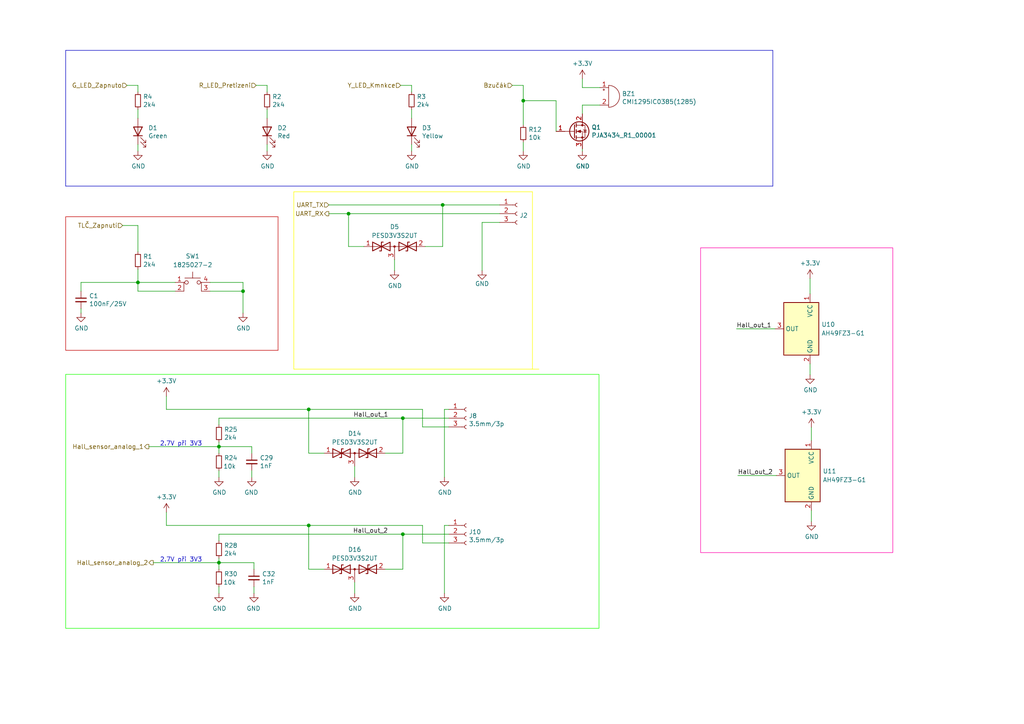
<source format=kicad_sch>
(kicad_sch (version 20230121) (generator eeschema)
  (paper "A4")
  (title_block (title "Interface") (date "2025-03-21") (rev "2") (comment 1 "Upravy: Hall sensor konektor") (comment 2 "ESD ") (comment 3 "MOSFET pinout fixeds"))
  (lib_symbols
    (symbol "Device:C_Small" (pin_numbers hide) (pin_names (offset 0.254) hide)
      (property "Reference" "C" (at 0.254 1.778 0))
      (property "Value" "C_Small" (at 0.254 -2.032 0))
      (symbol "C_Small_0_1"
        (polyline (pts (xy -1.524 -0.508) (xy 1.524 -0.508)) (stroke (width 0.3302)))
        (polyline (pts (xy -1.524 0.508) (xy 1.524 0.508)) (stroke (width 0.3048)))
      )
      (symbol "C_Small_1_1"
        (pin passive line (at 0 2.54 270) (length 2.032) (name "~") (number "1"))
        (pin passive line (at 0 -2.54 90) (length 2.032) (name "~") (number "2"))
      )
    )
    (symbol "Device:D_TVS_Dual_AAC" (pin_names (offset 1.016) hide)
      (property "Reference" "D" (at 0 4.445 0))
      (property "Value" "D_TVS_Dual_AAC" (at 0 2.54 0))
      (symbol "D_TVS_Dual_AAC_0_0"
        (polyline (pts (xy 0 -1.27) (xy 0 0)))
      )
      (symbol "D_TVS_Dual_AAC_0_1"
        (polyline (pts (xy -6.35 0) (xy 6.35 0)))
        (polyline (pts (xy -3.302 1.27) (xy -3.81 1.27) (xy -3.81 -1.27) (xy -4.318 -1.27)) (stroke (width 0.254)))
        (polyline (pts (xy 4.318 1.27) (xy 3.81 1.27) (xy 3.81 -1.27) (xy 3.302 -1.27)) (stroke (width 0.254)))
        (polyline (pts (xy -6.35 1.27) (xy -1.27 -1.27) (xy -1.27 1.27) (xy -6.35 -1.27) (xy -6.35 1.27)) (stroke (width 0.254)))
        (polyline (pts (xy 6.35 1.27) (xy 1.27 -1.27) (xy 1.27 1.27) (xy 6.35 -1.27) (xy 6.35 1.27)) (stroke (width 0.254)))
        (circle (center 0 0) (radius 0.254) (fill (type outline)))
      )
      (symbol "D_TVS_Dual_AAC_1_1"
        (pin passive line (at -8.89 0 0) (length 2.54) (name "A1") (number "1"))
        (pin passive line (at 8.89 0 180) (length 2.54) (name "A2") (number "2"))
        (pin passive line (at 0 -3.81 90) (length 2.54) (name "common") (number "3"))
      )
    )
    (symbol "Device:LED" (pin_numbers hide) (pin_names (offset 1.016) hide)
      (property "Reference" "D" (at 0 2.54 0))
      (property "Value" "LED" (at 0 -2.54 0))
      (symbol "LED_0_1"
        (polyline (pts (xy -1.27 -1.27) (xy -1.27 1.27)) (stroke (width 0.254)))
        (polyline (pts (xy -1.27 0) (xy 1.27 0)))
        (polyline (pts (xy 1.27 -1.27) (xy 1.27 1.27) (xy -1.27 0) (xy 1.27 -1.27)) (stroke (width 0.254)))
        (polyline (pts (xy -3.048 -0.762) (xy -4.572 -2.286) (xy -3.81 -2.286) (xy -4.572 -2.286) (xy -4.572 -1.524)))
        (polyline (pts (xy -1.778 -0.762) (xy -3.302 -2.286) (xy -2.54 -2.286) (xy -3.302 -2.286) (xy -3.302 -1.524)))
      )
      (symbol "LED_1_1"
        (pin passive line (at -3.81 0 0) (length 2.54) (name "K") (number "1"))
        (pin passive line (at 3.81 0 180) (length 2.54) (name "A") (number "2"))
      )
    )
    (symbol "Device:Q_NMOS_DGS" (pin_names (offset 0) hide)
      (property "Reference" "Q1" (at 5.1816 1.1684 0))
      (property "Value" "PJA3434_R1_00001" (at 5.1816 -1.143 0))
      (symbol "Q_NMOS_DGS_0_1"
        (polyline (pts (xy 0.254 0) (xy -2.54 0)))
        (polyline (pts (xy 0.254 1.905) (xy 0.254 -1.905)) (stroke (width 0.254)))
        (polyline (pts (xy 0.762 -1.27) (xy 0.762 -2.286)) (stroke (width 0.254)))
        (polyline (pts (xy 0.762 0.508) (xy 0.762 -0.508)) (stroke (width 0.254)))
        (polyline (pts (xy 0.762 2.286) (xy 0.762 1.27)) (stroke (width 0.254)))
        (polyline (pts (xy 2.54 2.54) (xy 2.54 1.778)))
        (polyline (pts (xy 2.54 -2.54) (xy 2.54 0) (xy 0.762 0)))
        (polyline (pts (xy 0.762 -1.778) (xy 3.302 -1.778) (xy 3.302 1.778) (xy 0.762 1.778)))
        (polyline (pts (xy 1.016 0) (xy 2.032 0.381) (xy 2.032 -0.381) (xy 1.016 0)) (fill (type outline)))
        (polyline (pts (xy 2.794 0.508) (xy 2.921 0.381) (xy 3.683 0.381) (xy 3.81 0.254)))
        (polyline (pts (xy 3.302 0.381) (xy 2.921 -0.254) (xy 3.683 -0.254) (xy 3.302 0.381)))
        (circle (center 1.651 0) (radius 2.794) (stroke (width 0.254)))
        (circle (center 2.54 -1.778) (radius 0.254) (fill (type outline)))
        (circle (center 2.54 1.778) (radius 0.254) (fill (type outline)))
      )
      (symbol "Q_NMOS_DGS_1_1"
        (pin input line (at -5.08 0 0) (length 2.54) (name "G") (number "1"))
        (pin passive line (at 2.54 5.08 270) (length 2.54) (name "D") (number "2"))
        (pin passive line (at 2.54 -5.08 90) (length 2.54) (name "S") (number "3"))
      )
    )
    (symbol "Device:R_Small" (pin_numbers hide) (pin_names (offset 0.254) hide)
      (property "Reference" "R" (at 0.762 0.508 0))
      (property "Value" "R_Small" (at 0.762 -1.016 0))
      (symbol "R_Small_0_1"
        (rectangle (start -0.762 1.778) (end 0.762 -1.778) (stroke (width 0.2032)))
      )
      (symbol "R_Small_1_1"
        (pin passive line (at 0 2.54 270) (length 0.762) (name "~") (number "1"))
        (pin passive line (at 0 -2.54 90) (length 0.762) (name "~") (number "2"))
      )
    )
    (symbol "MiSPiZ-rescue:Buzzer-Device" (pin_names (offset 0.0254) hide)
      (property "Reference" "BZ" (at 3.81 1.27 0))
      (property "Value" "Device_Buzzer" (at 3.81 -1.27 0))
      (symbol "Buzzer-Device_0_1"
        (arc (start 0 -3.175) (mid 3.1612 0) (end 0 3.175))
        (polyline (pts (xy -1.651 1.905) (xy -1.143 1.905)))
        (polyline (pts (xy -1.397 2.159) (xy -1.397 1.651)))
        (polyline (pts (xy 0 3.175) (xy 0 -3.175)))
      )
      (symbol "Buzzer-Device_1_1"
        (pin passive line (at -2.54 2.54 0) (length 2.54) (name "-") (number "1"))
        (pin passive line (at -2.54 -2.54 0) (length 2.54) (name "+") (number "2"))
      )
    )
    (symbol "MiSPiZ-rescue:Conn_01x03_Female-Connector" (pin_names (offset 1.016) hide)
      (property "Reference" "J" (at 0 5.08 0))
      (property "Value" "Connector_Conn_01x03_Female" (at 0 -5.08 0))
      (symbol "Conn_01x03_Female-Connector_1_1"
        (arc (start 0 -2.032) (mid -0.5058 -2.54) (end 0 -3.048) (stroke (width 0.1524)))
        (polyline (pts (xy -1.27 -2.54) (xy -0.508 -2.54)) (stroke (width 0.1524)))
        (polyline (pts (xy -1.27 0) (xy -0.508 0)) (stroke (width 0.1524)))
        (polyline (pts (xy -1.27 2.54) (xy -0.508 2.54)) (stroke (width 0.1524)))
        (arc (start 0 0.508) (mid -0.5058 0) (end 0 -0.508) (stroke (width 0.1524)))
        (arc (start 0 3.048) (mid -0.5058 2.54) (end 0 2.032) (stroke (width 0.1524)))
        (pin passive line (at -5.08 2.54 0) (length 3.81) (name "Pin_1") (number "1"))
        (pin passive line (at -5.08 0 0) (length 3.81) (name "Pin_2") (number "2"))
        (pin passive line (at -5.08 -2.54 0) (length 3.81) (name "Pin_3") (number "3"))
      )
    )
    (symbol "Sensor_Magnetic:DRV5055A1xLPGxQ1"
      (property "Reference" "U" (at 5.08 12.7 0))
      (property "Value" "DRV5055A1xLPGxQ1" (at 7.62 10.16 0))
      (symbol "DRV5055A1xLPGxQ1_1_1"
        (rectangle (start -5.08 7.62) (end 5.08 -7.62) (stroke (width 0.254)) (fill (type background)))
        (pin power_in line (at -2.54 10.16 270) (length 2.54) (name "VCC") (number "1"))
        (pin power_in line (at -2.54 -10.16 90) (length 2.54) (name "GND") (number "2"))
        (pin output line (at 7.62 0 180) (length 2.54) (name "OUT") (number "3"))
      )
    )
    (symbol "Switch:SW_MEC_5E" (pin_names (offset 1.016) hide)
      (property "Reference" "SW" (at 0.635 5.715 0))
      (property "Value" "SW_MEC_5E" (at 0 -3.175 0))
      (symbol "SW_MEC_5E_0_1"
        (circle (center -1.778 2.54) (radius 0.508))
        (polyline (pts (xy -2.286 3.81) (xy 2.286 3.81)))
        (polyline (pts (xy 0 3.81) (xy 0 5.588)))
        (polyline (pts (xy -2.54 0) (xy -2.54 2.54) (xy -2.286 2.54)))
        (polyline (pts (xy 2.54 0) (xy 2.54 2.54) (xy 2.286 2.54)))
        (circle (center 1.778 2.54) (radius 0.508))
        (pin passive line (at -5.08 2.54 0) (length 2.54) (name "1") (number "1"))
        (pin passive line (at -5.08 0 0) (length 2.54) (name "2") (number "2"))
        (pin passive line (at 5.08 0 180) (length 2.54) (name "K") (number "3"))
        (pin passive line (at 5.08 2.54 180) (length 2.54) (name "A") (number "4"))
      )
    )
    (symbol "power:+3.3V" (power) (pin_names (offset 0))
      (property "Value" "+3.3V" (at 0 3.556 0))
      (symbol "+3.3V_0_1"
        (polyline (pts (xy -0.762 1.27) (xy 0 2.54)))
        (polyline (pts (xy 0 0) (xy 0 2.54)))
        (polyline (pts (xy 0 2.54) (xy 0.762 1.27)))
      )
      (symbol "+3.3V_1_1"
        (pin power_in line (at 0 0 90) (length 0) hide (name "+3.3V") (number "1"))
      )
    )
    (symbol "power:GND" (power) (pin_names (offset 0))
      (property "Value" "GND" (at 0 -3.81 0))
      (symbol "GND_0_1"
        (polyline (pts (xy 0 0) (xy 0 -1.27) (xy 1.27 -1.27) (xy 0 -2.54) (xy -1.27 -1.27) (xy 0 -1.27)))
      )
      (symbol "GND_1_1"
        (pin power_in line (at 0 0 270) (length 0) hide (name "GND") (number "1"))
      )
    )
  )
  (junction (at 89.535 118.745))
  (junction (at 89.535 152.4))
  (junction (at 116.84 121.285))
  (junction (at 70.485 84.455))
  (junction (at 63.5 129.54))
  (junction (at 40.005 81.915))
  (junction (at 128.397 59.436))
  (junction (at 63.5 163.195))
  (junction (at 116.84 154.94))
  (junction (at 101.092 61.976))
  (junction (at 151.765 29.21))
  (wire (pts (xy 151.765 24.765) (xy 151.765 29.21)))
  (wire (pts (xy 151.765 29.21) (xy 151.765 36.195)))
  (wire (pts (xy 63.5 154.94) (xy 116.84 154.94)))
  (wire (pts (xy 63.5 154.94) (xy 63.5 156.845)))
  (wire (pts (xy 93.98 131.445) (xy 89.535 131.445)))
  (wire (pts (xy 234.95 108.712) (xy 234.95 105.537)))
  (wire (pts (xy 122.555 152.4) (xy 89.535 152.4)))
  (wire (pts (xy 48.26 148.59) (xy 48.26 152.4)))
  (wire (pts (xy 89.535 118.745) (xy 89.535 131.445)))
  (wire (pts (xy 63.5 163.195) (xy 73.66 163.195)))
  (polyline (pts (xy 19.05 53.975) (xy 224.155 53.975)))
  (wire (pts (xy 73.66 165.1) (xy 73.66 163.195)))
  (wire (pts (xy 40.005 65.405) (xy 40.005 73.025)))
  (wire (pts (xy 130.175 123.825) (xy 122.555 123.825)))
  (wire (pts (xy 161.29 29.21) (xy 151.765 29.21)))
  (wire (pts (xy 168.91 25.4) (xy 173.99 25.4)))
  (wire (pts (xy 95.377 61.976) (xy 101.092 61.976)))
  (wire (pts (xy 130.175 157.48) (xy 122.555 157.48)))
  (wire (pts (xy 101.092 61.976) (xy 144.907 61.976)))
  (wire (pts (xy 122.555 123.825) (xy 122.555 118.745)))
  (wire (pts (xy 73.025 138.43) (xy 73.025 136.525)))
  (wire (pts (xy 48.26 152.4) (xy 89.535 152.4)))
  (wire (pts (xy 161.29 29.21) (xy 161.29 38.1)))
  (wire (pts (xy 40.005 31.75) (xy 40.005 34.29)))
  (wire (pts (xy 102.87 138.43) (xy 102.87 135.255)))
  (wire (pts (xy 44.45 163.195) (xy 63.5 163.195)))
  (wire (pts (xy 168.91 30.48) (xy 173.99 30.48)))
  (polyline (pts (xy 19.05 14.605) (xy 19.05 53.975)))
  (polyline (pts (xy 224.155 14.605) (xy 224.155 53.975)))
  (polyline (pts (xy 85.217 107.061) (xy 156.337 107.061)) (stroke (width 0) (color 255 255 0 1)))
  (wire (pts (xy 235.331 151.257) (xy 235.331 148.082)))
  (wire (pts (xy 63.5 121.285) (xy 116.84 121.285)))
  (wire (pts (xy 63.5 161.925) (xy 63.5 163.195)))
  (wire (pts (xy 40.005 41.91) (xy 40.005 43.815)))
  (wire (pts (xy 235.331 123.952) (xy 235.331 127.762)))
  (wire (pts (xy 23.495 89.535) (xy 23.495 90.805)))
  (wire (pts (xy 95.377 59.436) (xy 128.397 59.436)))
  (wire (pts (xy 73.66 172.085) (xy 73.66 170.18)))
  (wire (pts (xy 116.84 121.285) (xy 116.84 131.445)))
  (wire (pts (xy 116.84 121.285) (xy 130.175 121.285)))
  (wire (pts (xy 128.397 59.436) (xy 144.907 59.436)))
  (wire (pts (xy 48.26 118.745) (xy 89.535 118.745)))
  (polyline (pts (xy 80.645 101.6) (xy 19.05 101.6)) (stroke (width 0) (color 194 1 0 1)))
  (wire (pts (xy 63.5 123.19) (xy 63.5 121.285)))
  (wire (pts (xy 70.485 81.915) (xy 70.485 84.455)))
  (wire (pts (xy 40.005 81.915) (xy 50.8 81.915)))
  (wire (pts (xy 102.87 172.085) (xy 102.87 168.91)))
  (wire (pts (xy 144.907 64.516) (xy 139.827 64.516)))
  (wire (pts (xy 168.91 43.815) (xy 168.91 43.18)))
  (wire (pts (xy 116.205 24.765) (xy 119.38 24.765)))
  (wire (pts (xy 123.317 71.501) (xy 128.397 71.501)))
  (wire (pts (xy 122.555 118.745) (xy 89.535 118.745)))
  (wire (pts (xy 73.025 129.54) (xy 63.5 129.54)))
  (wire (pts (xy 128.397 59.436) (xy 128.397 71.501)))
  (wire (pts (xy 130.175 118.745) (xy 128.905 118.745)))
  (wire (pts (xy 63.5 170.18) (xy 63.5 172.085)))
  (wire (pts (xy 89.535 165.1) (xy 89.535 152.4)))
  (wire (pts (xy 60.96 84.455) (xy 70.485 84.455)))
  (wire (pts (xy 93.98 165.1) (xy 89.535 165.1)))
  (wire (pts (xy 105.537 71.501) (xy 101.092 71.501)))
  (wire (pts (xy 213.614 95.377) (xy 224.79 95.377)))
  (wire (pts (xy 119.38 26.67) (xy 119.38 24.765)))
  (wire (pts (xy 139.827 64.516) (xy 139.827 78.486)))
  (wire (pts (xy 119.38 31.75) (xy 119.38 34.29)))
  (polyline (pts (xy 19.05 62.865) (xy 80.645 62.865)) (stroke (width 0) (color 194 1 0 1)))
  (wire (pts (xy 77.47 41.91) (xy 77.47 43.815)))
  (wire (pts (xy 70.485 84.455) (xy 70.485 90.805)))
  (wire (pts (xy 128.905 118.745) (xy 128.905 138.43)))
  (wire (pts (xy 63.5 128.27) (xy 63.5 129.54)))
  (wire (pts (xy 122.555 157.48) (xy 122.555 152.4)))
  (wire (pts (xy 77.47 31.75) (xy 77.47 34.29)))
  (wire (pts (xy 40.005 26.67) (xy 40.005 24.765)))
  (wire (pts (xy 74.295 24.765) (xy 77.47 24.765)))
  (polyline (pts (xy 154.432 55.626) (xy 85.217 55.626)) (stroke (width 0) (color 255 255 0 1)))
  (wire (pts (xy 60.96 81.915) (xy 70.485 81.915)))
  (wire (pts (xy 116.84 154.94) (xy 116.84 165.1)))
  (wire (pts (xy 151.765 41.275) (xy 151.765 43.815)))
  (polyline (pts (xy 85.217 55.626) (xy 85.217 107.061)) (stroke (width 0) (color 255 255 0 1)))
  (wire (pts (xy 73.025 131.445) (xy 73.025 129.54)))
  (wire (pts (xy 23.495 81.915) (xy 23.495 84.455)))
  (wire (pts (xy 63.5 129.54) (xy 63.5 131.445)))
  (wire (pts (xy 148.59 24.765) (xy 151.765 24.765)))
  (wire (pts (xy 101.092 61.976) (xy 101.092 71.501)))
  (wire (pts (xy 36.83 24.765) (xy 40.005 24.765)))
  (polyline (pts (xy 19.05 101.6) (xy 19.05 62.865)) (stroke (width 0) (color 194 1 0 1)))
  (wire (pts (xy 63.5 163.195) (xy 63.5 165.1)))
  (wire (pts (xy 168.91 22.86) (xy 168.91 25.4)))
  (wire (pts (xy 116.84 154.94) (xy 130.175 154.94)))
  (wire (pts (xy 63.5 136.525) (xy 63.5 138.43)))
  (wire (pts (xy 130.175 152.4) (xy 128.905 152.4)))
  (wire (pts (xy 40.005 84.455) (xy 50.8 84.455)))
  (wire (pts (xy 119.38 41.91) (xy 119.38 43.815)))
  (wire (pts (xy 234.95 80.772) (xy 234.95 85.217)))
  (wire (pts (xy 43.18 129.54) (xy 63.5 129.54)))
  (wire (pts (xy 40.005 78.105) (xy 40.005 81.915)))
  (polyline (pts (xy 154.432 107.061) (xy 154.432 55.626)) (stroke (width 0) (color 255 255 0 1)))
  (wire (pts (xy 77.47 26.67) (xy 77.47 24.765)))
  (polyline (pts (xy 80.645 62.865) (xy 80.645 101.6)) (stroke (width 0) (color 194 1 0 1)))
  (wire (pts (xy 111.76 131.445) (xy 116.84 131.445)))
  (wire (pts (xy 168.91 30.48) (xy 168.91 33.02)))
  (wire (pts (xy 111.76 165.1) (xy 116.84 165.1)))
  (polyline (pts (xy 224.155 14.605) (xy 19.05 14.605)))
  (wire (pts (xy 40.005 81.915) (xy 40.005 84.455)))
  (wire (pts (xy 48.26 114.935) (xy 48.26 118.745)))
  (wire (pts (xy 114.427 78.486) (xy 114.427 75.311)))
  (wire (pts (xy 213.995 137.922) (xy 225.171 137.922)))
  (wire (pts (xy 35.56 65.405) (xy 40.005 65.405)))
  (wire (pts (xy 128.905 152.4) (xy 128.905 172.085)))
  (wire (pts (xy 23.495 81.915) (xy 40.005 81.915)))
  (rectangle (start 19.05 108.585) (end 173.736 182.245) (stroke (width 0) (color 22 255 0 1)))
  (rectangle (start 203.2 71.882) (end 258.953 160.274) (stroke (width 0) (color 255 0 170 1)))
  (text "2.7V při 3V3\n" (at 46.355 129.54 0) (effects (font (size 1.27 1.27)) (justify left bottom)))
  (text "2.7V při 3V3\n" (at 46.355 163.195 0) (effects (font (size 1.27 1.27)) (justify left bottom)))
  (label "Hall_out_1" (at 213.614 95.377 0))
  (label "Hall_out_2" (at 213.995 137.922 0))
  (label "Hall_out_1" (at 102.489 121.285 0))
  (label "Hall_out_2" (at 102.362 154.94 0))
  (hierarchical_label "Y_LED_Kmnkce" (shape input) (at 116.205 24.765 180))
  (hierarchical_label "UART_TX" (shape input) (at 95.377 59.436 180))
  (hierarchical_label "Bzučák" (shape input) (at 148.59 24.765 180))
  (hierarchical_label "Hall_sensor_analog_1" (shape output) (at 43.18 129.54 180))
  (hierarchical_label "R_LED_Pretizeni" (shape input) (at 74.295 24.765 180))
  (hierarchical_label "TLČ_Zapnutí" (shape input) (at 35.56 65.405 180))
  (hierarchical_label "UART_RX" (shape output) (at 95.377 61.976 180))
  (hierarchical_label "Hall_sensor_analog_2" (shape output) (at 44.45 163.195 180))
  (hierarchical_label "G_LED_Zapnuto" (shape input) (at 36.83 24.765 180))
  (symbol (lib_id "Device:LED") (at 40.005 38.1 90) (unit 1)
    (property "Reference" "D1" (at 43.0022 37.1094 90) (effects (justify right)))
    (property "Value" "Green" (at 43.0022 39.4208 90) (effects (justify right)))
    (property "Footprint" "Diode_SMD:D_0603_1608Metric" (effects hide))
    (property "Datasheet" "https://cz.mouser.com/datasheet/2/239/Lite-On-LTST-C190GKT-1175335.pdf" (effects hide))
    (property "Vendor" "https://cz.mouser.com/ProductDetail/Lite-On/LTST-C190GKT?qs=drxkyCeiWgbQzclgbojDOg%3D%3D" (effects hide))
    (property "CENA" "5,14" (effects hide))
    (property "MNUMBER " "LTST-C190GKT" (effects hide))
    (property "OBJCISLO" "859-LTST-C190GKT" (effects hide))
    (property "POZN" "v cimře" (effects hide))
  )
  (symbol (lib_id "power:GND") (at 40.005 43.815 0) (unit 1)
    (property "Reference" "#PWR093" (effects hide))
    (property "Value" "GND" (at 40.132 48.2092 0))
  )
  (symbol (lib_id "Device:LED") (at 77.47 38.1 90) (unit 1)
    (property "Reference" "D2" (at 80.4672 37.1094 90) (effects (justify right)))
    (property "Value" "Red" (at 80.4672 39.4208 90) (effects (justify right)))
    (property "Footprint" "Diode_SMD:D_0603_1608Metric" (effects hide))
    (property "Datasheet" "https://cz.mouser.com/datasheet/2/239/LTST_C190KRKT-1141828.pdf" (effects hide))
    (property "Vendor" "https://cz.mouser.com/ProductDetail/Lite-On/LTST-C190KRKT?qs=kAD5fFa1n5VY3YYNWPC1Fg%3D%3D" (effects hide))
    (property "CENA" "5,35" (effects hide))
    (property "MNUMBER " "LTST-C190KRKT " (effects hide))
    (property "OBJCISLO" "859-LTST-C190KRKT" (effects hide))
    (property "POZN" "v cimře" (effects hide))
  )
  (symbol (lib_id "power:GND") (at 77.47 43.815 0) (unit 1)
    (property "Reference" "#PWR0102" (effects hide))
    (property "Value" "GND" (at 77.597 48.2092 0))
  )
  (symbol (lib_id "Device:LED") (at 119.38 38.1 90) (unit 1)
    (property "Reference" "D3" (at 122.3772 37.1094 90) (effects (justify right)))
    (property "Value" "Yellow" (at 122.3772 39.4208 90) (effects (justify right)))
    (property "Footprint" "Diode_SMD:D_0603_1608Metric" (effects hide))
    (property "Datasheet" "https://cz.mouser.com/datasheet/2/239/Lite_On_LTST_C190YKT-3045572.pdf" (effects hide))
    (property "Vendor" "https://cz.mouser.com/ProductDetail/Lite-On/LTST-C190YKT?qs=wDJfsqwEKoQ00yiPP8kQ9g%3D%3D" (effects hide))
    (property "CENA" "5,81" (effects hide))
    (property "MNUMBER " "LTST-C190YKT" (effects hide))
    (property "OBJCISLO" "859-LTST-C190YKT" (effects hide))
    (property "POZN" "v cimře" (effects hide))
  )
  (symbol (lib_id "power:GND") (at 119.38 43.815 0) (unit 1)
    (property "Reference" "#PWR0105" (effects hide))
    (property "Value" "GND" (at 119.507 48.2092 0))
  )
  (symbol (lib_id "power:GND") (at 151.765 43.815 0) (unit 1)
    (property "Reference" "#PWR0108" (effects hide))
    (property "Value" "GND" (at 151.892 48.2092 0))
  )
  (symbol (lib_id "Device:R_Small") (at 40.005 75.565 0) (unit 1)
    (property "Reference" "R1" (at 41.5036 74.3966 0) (effects (justify left)))
    (property "Value" "2k4" (at 41.5036 76.708 0) (effects (justify left)))
    (property "Footprint" "Resistor_SMD:R_0603_1608Metric" (effects hide))
    (property "Datasheet" "https://www.tme.eu/Document/c283990e907c122bb808207d1578ac7f/POWER_RATING-DTE.pdf" (effects hide))
    (property "Vendor" "https://www.tme.eu/cz/en/details/smd0603-2.4k/smd-resistors/royal-ohm/0603saj0242t5e/" (effects hide))
    (property "CENA" "0.303 (100+)" (effects hide))
    (property "MNUMBER " "0603SAJ0242T5E" (effects hide))
    (property "OBJCISLO" "SMD0603-2.4K" (effects hide))
    (property "POZN" "v cimře" (effects hide))
  )
  (symbol (lib_id "power:GND") (at 139.827 78.486 0) (unit 1)
    (property "Reference" "#PWR0112" (effects hide))
    (property "Value" "GND" (at 139.827 82.296 0))
  )
  (symbol (lib_id "Device:C_Small") (at 23.495 86.995 0) (unit 1)
    (property "Reference" "C1" (at 25.8318 85.8266 0) (effects (justify left)))
    (property "Value" "100nF/25V" (at 25.8318 88.138 0) (effects (justify left)))
    (property "Footprint" "Capacitor_SMD:C_0603_1608Metric" (effects hide))
    (property "Datasheet" "https://cz.mouser.com/datasheet/2/585/MLCC_Automotive-1837966.pdf" (effects hide))
    (property "Vendor" "https://cz.mouser.com/ProductDetail/KEMET/C0603C104M3RACTU?qs=7q2aiX3Gdlh4qBRaMcnohQ%3D%3D" (effects hide))
    (property "CENA" "2,23" (effects hide))
    (property "MNUMBER " "CL10B104KA8WPNC " (effects hide))
    (property "OBJCISLO" "187-CL10B104KA8WPNC" (effects hide))
    (property "POZN" "v cimře" (effects hide))
  )
  (symbol (lib_id "MiSPiZ-rescue:Buzzer-Device") (at 176.53 27.94 0) (unit 1)
    (property "Reference" "BZ1" (at 180.3908 27.2034 0) (effects (justify left)))
    (property "Value" "CMI1295IC0385(1285)" (at 180.3908 29.5148 0) (effects (justify left)))
    (property "Footprint" "Buzzer_Beeper:Buzzer_12x9.5RM7.6" (effects hide))
    (property "Datasheet" "https://cz.mouser.com/datasheet/2/670/cmi_1295ic_0385t-1776836.pdf" (effects hide))
    (property "Vendor" "https://cz.mouser.com/ProductDetail/CUI-Devices/CMI-1295IC-0385T?qs=OlC7AqGiEDk2g42uzfEhlg%3D%3D" (effects hide))
    (property "CENA" "24,33" (effects hide))
    (property "OBJCISLO" "490-CMI-1295IC-0385T " (effects hide))
    (property "MNUMBER " "CMI-1295IC-0385T " (effects hide))
  )
  (symbol (lib_id "power:GND") (at 23.495 90.805 0) (unit 1)
    (property "Reference" "#PWR092" (effects hide))
    (property "Value" "GND" (at 23.622 95.1992 0))
  )
  (symbol (lib_id "Device:Q_NMOS_DGS") (at 166.37 38.1 0) (unit 1)
    (property "Reference" "Q1" (at 171.5516 36.9316 0) (effects (justify left)))
    (property "Value" "PJA3434_R1_00001" (at 171.5516 39.243 0) (effects (justify left)))
    (property "Footprint" "Package_TO_SOT_SMD:SOT-23-3" (effects hide))
    (property "Datasheet" "https://cz.mouser.com/datasheet/2/115/DIOD_S_A0012994429_1-2543814.pdf" (effects hide))
    (property "Vendor" "https://cz.mouser.com/ProductDetail/Diodes-Incorporated/DMN2310U-7?qs=xZ%2FP%252Ba9zWqY%252BAdKLxIytvQ%3D%3D" (effects hide))
    (property "CENA" "5,14" (effects hide))
    (property "MNUMBER " "SSM3K16FV,L3F" (effects hide))
    (property "OBJCISLO" "621-DMN2310U-7 " (effects hide))
  )
  (symbol (lib_id "Device:R_Small") (at 151.765 38.735 0) (unit 1)
    (property "Reference" "R12" (at 153.2636 37.5666 0) (effects (justify left)))
    (property "Value" "10k" (at 153.2636 39.878 0) (effects (justify left)))
    (property "Footprint" "Resistor_SMD:R_0603_1608Metric" (effects hide))
    (property "Datasheet" "https://www.vishay.com/docs/20035/dcrcwe3.pdf" (effects hide))
    (property "Vendor" "https://cz.mouser.com/ProductDetail/Vishay-Dale/CRCW060310K0FKECC?qs=sGAEpiMZZMtlubZbdhIBIEVnJA25NYWZA%2FPRECDZuYc%3D" (effects hide))
    (property "CENA" "2,23" (effects hide))
    (property "MNUMBER " "CRCW060310K0FKECC " (effects hide))
    (property "OBJCISLO" "71-CRCW060310K0FKECC " (effects hide))
  )
  (symbol (lib_id "power:GND") (at 168.91 43.815 0) (unit 1)
    (property "Reference" "#PWR0110" (effects hide))
    (property "Value" "GND" (at 169.037 48.2092 0))
  )
  (symbol (lib_id "MiSPiZ-rescue:Conn_01x03_Female-Connector") (at 149.987 61.976 0) (unit 1)
    (property "Reference" "J2" (at 150.6982 62.484 0) (effects (justify left)))
    (property "Value" "2.54mm/3p" (effects hide))
    (property "Footprint" "Connector_PinHeader_2.54mm:PinHeader_1x03_P2.54mm_Vertical" (effects hide))
    (property "Datasheet" "https://cdn.amphenol-cs.com/media/wysiwyg/files/documentation/datasheet/boardwiretoboard/bwb_econostik_254headers.pdf" (effects hide))
    (property "Vendor" "https://cz.mouser.com/ProductDetail/Amphenol-FCI/10129378-903001BLF?qs=0lQeLiL1qybuYTJnitumiA%3D%3D" (effects hide))
    (property "CENA" "2.23" (effects hide))
    (property "MNUMBER " "10129378-903001BLF" (effects hide))
    (property "OBJCISLO" "649-1012937890301BLF " (effects hide))
    (property "POZN" "v cimře" (effects hide))
  )
  (symbol (lib_id "power:GND") (at 73.025 138.43 0) (mirror y) (unit 1)
    (property "Reference" "#PWR0100" (effects hide))
    (property "Value" "GND" (at 72.898 142.8242 0))
  )
  (symbol (lib_id "Sensor_Magnetic:DRV5055A1xLPGxQ1") (at 232.41 95.377 0) (mirror y) (unit 1) (on_board no)
    (property "Reference" "U10" (at 238.252 94.107 0) (effects (justify right)))
    (property "Value" "AH49FZ3-G1" (at 238.252 96.647 0) (effects (justify right)))
    (property "Footprint" "Package_TO_SOT_THT:TO-92_Inline" (effects hide))
    (property "Datasheet" "https://www.diodes.com/assets/Datasheets/AH49F.pdf" (effects hide))
    (property "CENA" "24.48" (effects hide))
    (property "MNUMBER " "AH49FZ3-G1" (effects hide))
    (property "OBJCISLO" "621-AH49FZ3-G1" (effects hide))
    (property "Vendor" "https://cz.mouser.com/ProductDetail/Diodes-Incorporated/AH49FZ3-G1?qs=dZoB6MK9LKPUjOBJDQRw%2FA%3D%3D" (effects hide))
  )
  (symbol (lib_id "MiSPiZ-rescue:Conn_01x03_Female-Connector") (at 135.255 154.94 0) (unit 1)
    (property "Reference" "J10" (at 135.9662 154.2796 0) (effects (justify left)))
    (property "Value" "3.5mm/3p" (at 135.9662 156.591 0) (effects (justify left)))
    (property "Footprint" "Connector_Phoenix_MC:PhoenixContact_MC_1,5_3-G-3.5_1x03_P3.50mm_Horizontal" (effects hide))
    (property "Datasheet" "https://cz.mouser.com/datasheet/2/18/1/rLFHPy7mAQED-1379250.pdf" (effects hide))
    (property "Vendor" "https://cz.mouser.com/ProductDetail/Amphenol-Anytek/OQ0312500000G?qs=Mv7BduZupUgi736aEq2YkA%3D%3D" (effects hide))
    (property "CENA" "10,94" (effects hide))
    (property "MNUMBER " "OQ0312500000G " (effects hide))
    (property "OBJCISLO" "649-220107-C031A01LF " (effects hide))
    (property "POZN" "v cimře" (effects hide))
  )
  (symbol (lib_id "Sensor_Magnetic:DRV5055A1xLPGxQ1") (at 232.791 137.922 0) (mirror y) (unit 1) (on_board no)
    (property "Reference" "U11" (at 238.633 136.652 0) (effects (justify right)))
    (property "Value" "AH49FZ3-G1" (at 238.633 139.192 0) (effects (justify right)))
    (property "Footprint" "Package_TO_SOT_THT:TO-92_Inline" (effects hide))
    (property "Datasheet" "https://www.diodes.com/assets/Datasheets/AH49F.pdf" (effects hide))
    (property "CENA" "24.48" (effects hide))
    (property "MNUMBER " "AH49FZ3-G1" (effects hide))
    (property "OBJCISLO" "621-AH49FZ3-G1" (effects hide))
    (property "Vendor" "https://cz.mouser.com/ProductDetail/Diodes-Incorporated/AH49FZ3-G1?qs=dZoB6MK9LKPUjOBJDQRw%2FA%3D%3D" (effects hide))
  )
  (symbol (lib_id "Device:C_Small") (at 73.66 167.64 0) (unit 1)
    (property "Reference" "C32" (at 75.9968 166.4716 0) (effects (justify left)))
    (property "Value" "1nF" (at 75.9968 168.783 0) (effects (justify left)))
    (property "Footprint" "Capacitor_SMD:C_0603_1608Metric" (effects hide))
    (property "Datasheet" "https://product.tdk.com/system/files/dam/doc/product/capacitor/ceramic/mlcc/catalog/mlcc_automotive_midvoltage_en.pdf?ref_disty=mouser" (effects hide))
    (property "Vendor" "https://cz.mouser.com/ProductDetail/TDK/CGA3E2X7R2A102K080AA?qs=NRhsANhppD%2FkMFCdFnDSsQ%3D%3D" (effects hide))
    (property "CENA" "2,23" (effects hide))
    (property "MNUMBER " "CGA3E2X7R2A102K080AA " (effects hide))
    (property "OBJCISLO" "810-CGA3E2X7R2A102K " (effects hide))
  )
  (symbol (lib_id "power:+3.3V") (at 235.331 123.952 0) (unit 1)
    (property "Reference" "#PWR0123" (effects hide))
    (property "Value" "+3.3V" (at 235.331 119.507 0))
  )
  (symbol (lib_id "power:GND") (at 114.427 78.486 0) (unit 1)
    (property "Reference" "#PWR0111" (effects hide))
    (property "Value" "GND" (at 114.554 82.8802 0))
  )
  (symbol (lib_id "power:GND") (at 235.331 151.257 0) (unit 1)
    (property "Reference" "#PWR0124" (effects hide))
    (property "Value" "GND" (at 235.458 155.6512 0))
  )
  (symbol (lib_id "Device:R_Small") (at 77.47 29.21 0) (unit 1)
    (property "Reference" "R2" (at 78.9686 28.0416 0) (effects (justify left)))
    (property "Value" "2k4" (at 78.9686 30.353 0) (effects (justify left)))
    (property "Footprint" "Resistor_SMD:R_0603_1608Metric" (effects hide))
    (property "Datasheet" "https://www.tme.eu/Document/c283990e907c122bb808207d1578ac7f/POWER_RATING-DTE.pdf" (effects hide))
    (property "Vendor" "https://www.tme.eu/cz/en/details/smd0603-2.4k/smd-resistors/royal-ohm/0603saj0242t5e/" (effects hide))
    (property "CENA" "0.303 (100+)" (effects hide))
    (property "MNUMBER " "0603SAJ0242T5E" (effects hide))
    (property "OBJCISLO" "SMD0603-2.4K" (effects hide))
    (property "POZN" "v cimře" (effects hide))
  )
  (symbol (lib_id "power:GND") (at 102.87 138.43 0) (unit 1)
    (property "Reference" "#PWR0103" (effects hide))
    (property "Value" "GND" (at 102.997 142.8242 0))
  )
  (symbol (lib_id "power:+3.3V") (at 168.91 22.86 0) (unit 1)
    (property "Reference" "#PWR0109" (effects hide))
    (property "Value" "+3.3V" (at 168.91 18.415 0))
  )
  (symbol (lib_id "Device:R_Small") (at 40.005 29.21 0) (unit 1)
    (property "Reference" "R4" (at 41.5036 28.0416 0) (effects (justify left)))
    (property "Value" "2k4" (at 41.5036 30.353 0) (effects (justify left)))
    (property "Footprint" "Resistor_SMD:R_0603_1608Metric" (effects hide))
    (property "Datasheet" "https://www.tme.eu/Document/c283990e907c122bb808207d1578ac7f/POWER_RATING-DTE.pdf" (effects hide))
    (property "Vendor" "https://www.tme.eu/cz/en/details/smd0603-2.4k/smd-resistors/royal-ohm/0603saj0242t5e/" (effects hide))
    (property "CENA" "0.303 (100+)" (effects hide))
    (property "MNUMBER " "0603SAJ0242T5E" (effects hide))
    (property "OBJCISLO" "SMD0603-2.4K" (effects hide))
    (property "POZN" "v cimře" (effects hide))
  )
  (symbol (lib_id "MiSPiZ-rescue:Conn_01x03_Female-Connector") (at 135.255 121.285 0) (unit 1)
    (property "Reference" "J8" (at 135.9662 120.6246 0) (effects (justify left)))
    (property "Value" "3.5mm/3p" (at 135.9662 122.936 0) (effects (justify left)))
    (property "Footprint" "Connector_Phoenix_MC:PhoenixContact_MC_1,5_3-G-3.5_1x03_P3.50mm_Horizontal" (effects hide))
    (property "Datasheet" "https://cz.mouser.com/datasheet/2/18/1/rLFHPy7mAQED-1379250.pdf" (effects hide))
    (property "Vendor" "https://cz.mouser.com/ProductDetail/Amphenol-Anytek/OQ0312500000G?qs=Mv7BduZupUgi736aEq2YkA%3D%3D" (effects hide))
    (property "CENA" "10,94" (effects hide))
    (property "MNUMBER " "OQ0312500000G " (effects hide))
    (property "OBJCISLO" "649-220107-C031A01LF " (effects hide))
    (property "POZN" "v cimře" (effects hide))
  )
  (symbol (lib_id "power:GND") (at 70.485 90.805 0) (unit 1)
    (property "Reference" "#PWR099" (effects hide))
    (property "Value" "GND" (at 70.612 95.1992 0))
  )
  (symbol (lib_id "Device:D_TVS_Dual_AAC") (at 114.427 71.501 0) (unit 1)
    (property "Reference" "D5" (at 114.427 65.786 0))
    (property "Value" "PESD3V3S2UT" (at 114.427 68.326 0))
    (property "Footprint" "Package_TO_SOT_SMD:SOT-23" (effects hide))
    (property "Datasheet" "https://cz.mouser.com/datasheet/2/916/PESD3V3S2UT-3162503.pdf" (effects hide))
    (property "CENA" "8.71" (effects hide))
    (property "MNUMBER " "PESD3V3S2UT,215" (effects hide))
    (property "OBJCISLO" "771-PESD3V3S2UT-T/R" (effects hide))
    (property "Vendor" "https://cz.mouser.com/ProductDetail/Nexperia/PESD3V3S2UT215?qs=LOCUfHb8d9uvXk1XKyOSVw%3D%3D" (effects hide))
    (property "POZN" "v cimře" (effects hide))
  )
  (symbol (lib_id "power:GND") (at 234.95 108.712 0) (unit 1)
    (property "Reference" "#PWR0125" (effects hide))
    (property "Value" "GND" (at 235.077 113.1062 0))
  )
  (symbol (lib_id "power:GND") (at 73.66 172.085 0) (mirror y) (unit 1)
    (property "Reference" "#PWR0101" (effects hide))
    (property "Value" "GND" (at 73.533 176.4792 0))
  )
  (symbol (lib_id "power:GND") (at 102.87 172.085 0) (unit 1)
    (property "Reference" "#PWR0104" (effects hide))
    (property "Value" "GND" (at 102.997 176.4792 0))
  )
  (symbol (lib_id "Device:R_Small") (at 63.5 125.73 0) (unit 1)
    (property "Reference" "R25" (at 64.9986 124.5616 0) (effects (justify left)))
    (property "Value" "2k4" (at 64.9986 126.873 0) (effects (justify left)))
    (property "Footprint" "Resistor_SMD:R_0603_1608Metric" (effects hide))
    (property "Datasheet" "https://www.tme.eu/Document/c283990e907c122bb808207d1578ac7f/POWER_RATING-DTE.pdf" (effects hide))
    (property "Vendor" "https://www.tme.eu/cz/en/details/smd0603-2.4k/smd-resistors/royal-ohm/0603saj0242t5e/" (effects hide))
    (property "CENA" "0.303 (100+)" (effects hide))
    (property "MNUMBER " "0603SAJ0242T5E" (effects hide))
    (property "OBJCISLO" "SMD0603-2.4K" (effects hide))
    (property "POZN" "v cimře" (effects hide))
  )
  (symbol (lib_id "Device:R_Small") (at 119.38 29.21 0) (unit 1)
    (property "Reference" "R3" (at 120.8786 28.0416 0) (effects (justify left)))
    (property "Value" "2k4" (at 120.8786 30.353 0) (effects (justify left)))
    (property "Footprint" "Resistor_SMD:R_0603_1608Metric" (effects hide))
    (property "Datasheet" "https://www.tme.eu/Document/c283990e907c122bb808207d1578ac7f/POWER_RATING-DTE.pdf" (effects hide))
    (property "Vendor" "https://www.tme.eu/cz/en/details/smd0603-2.4k/smd-resistors/royal-ohm/0603saj0242t5e/" (effects hide))
    (property "CENA" "0.303 (100+)" (effects hide))
    (property "MNUMBER " "0603SAJ0242T5E" (effects hide))
    (property "OBJCISLO" "SMD0603-2.4K" (effects hide))
    (property "POZN" "v cimře" (effects hide))
  )
  (symbol (lib_id "Switch:SW_MEC_5E") (at 55.88 84.455 0) (unit 1)
    (property "Reference" "SW1" (at 55.88 74.295 0))
    (property "Value" "1825027-2" (at 55.88 76.835 0))
    (property "Footprint" "Button_Switch_THT:SW_Tactile_SPST_Angled_PTS645Vx39-2LFS" (effects hide))
    (property "Datasheet" "https://cz.mouser.com/datasheet/2/670/ts11-2944009.pdf" (effects hide))
    (property "CENA" "3,36" (effects hide))
    (property "MNUMBER " "TS11-674-135-BK-160-RA-D" (effects hide))
    (property "OBJCISLO" "179-TS11674135160RAD" (effects hide))
    (property "Vendor" "https://cz.mouser.com/ProductDetail/CUI-Devices/TS11-674-135-BK-160-RA-D?qs=t7xnP681wgWTsOwVt8p6gg%3D%3D" (effects hide))
    (property "POZN" "v cimře" (effects hide))
  )
  (symbol (lib_id "Device:R_Small") (at 63.5 159.385 0) (unit 1)
    (property "Reference" "R28" (at 64.9986 158.2166 0) (effects (justify left)))
    (property "Value" "2k4" (at 64.9986 160.528 0) (effects (justify left)))
    (property "Footprint" "Resistor_SMD:R_0603_1608Metric" (effects hide))
    (property "Datasheet" "https://www.tme.eu/Document/c283990e907c122bb808207d1578ac7f/POWER_RATING-DTE.pdf" (effects hide))
    (property "Vendor" "https://www.tme.eu/cz/en/details/smd0603-2.4k/smd-resistors/royal-ohm/0603saj0242t5e/" (effects hide))
    (property "CENA" "0.303 (100+)" (effects hide))
    (property "MNUMBER " "0603SAJ0242T5E" (effects hide))
    (property "OBJCISLO" "SMD0603-2.4K" (effects hide))
    (property "POZN" "v cimře" (effects hide))
  )
  (symbol (lib_id "power:+3.3V") (at 48.26 148.59 0) (unit 1)
    (property "Reference" "#PWR096" (effects hide))
    (property "Value" "+3.3V" (at 48.26 144.145 0))
  )
  (symbol (lib_id "power:GND") (at 63.5 172.085 0) (unit 1)
    (property "Reference" "#PWR098" (effects hide))
    (property "Value" "GND" (at 63.627 176.4792 0))
  )
  (symbol (lib_id "Device:R_Small") (at 63.5 167.64 0) (unit 1)
    (property "Reference" "R30" (at 64.9986 166.4716 0) (effects (justify left)))
    (property "Value" "10k" (at 64.77 168.91 0) (effects (justify left)))
    (property "Footprint" "Resistor_SMD:R_0603_1608Metric" (effects hide))
    (property "Datasheet" "https://www.vishay.com/docs/20035/dcrcwe3.pdf" (effects hide))
    (property "Vendor" "https://cz.mouser.com/ProductDetail/Vishay-Dale/CRCW060310K0FKECC?qs=sGAEpiMZZMtlubZbdhIBIEVnJA25NYWZA%2FPRECDZuYc%3D" (effects hide))
    (property "CENA" "2,23" (effects hide))
    (property "MNUMBER " "CRCW060310K0FKECC " (effects hide))
    (property "OBJCISLO" "71-CRCW060310K0FKECC " (effects hide))
  )
  (symbol (lib_id "power:GND") (at 63.5 138.43 0) (unit 1)
    (property "Reference" "#PWR097" (effects hide))
    (property "Value" "GND" (at 63.627 142.8242 0))
  )
  (symbol (lib_id "power:+3.3V") (at 234.95 80.772 0) (unit 1)
    (property "Reference" "#PWR0122" (effects hide))
    (property "Value" "+3.3V" (at 234.95 76.327 0))
  )
  (symbol (lib_id "Device:D_TVS_Dual_AAC") (at 102.87 165.1 0) (unit 1)
    (property "Reference" "D16" (at 102.87 159.385 0))
    (property "Value" "PESD3V3S2UT" (at 102.87 161.925 0))
    (property "Footprint" "Package_TO_SOT_SMD:SOT-23" (effects hide))
    (property "Datasheet" "https://cz.mouser.com/datasheet/2/916/PESD3V3S2UT-3162503.pdf" (effects hide))
    (property "CENA" "8.71" (effects hide))
    (property "MNUMBER " "PESD3V3S2UT,215" (effects hide))
    (property "OBJCISLO" "771-PESD3V3S2UT-T/R" (effects hide))
    (property "Vendor" "https://cz.mouser.com/ProductDetail/Nexperia/PESD3V3S2UT215?qs=LOCUfHb8d9uvXk1XKyOSVw%3D%3D" (effects hide))
    (property "POZN" "v cimře" (effects hide))
  )
  (symbol (lib_id "Device:R_Small") (at 63.5 133.985 0) (unit 1)
    (property "Reference" "R24" (at 64.9986 132.8166 0) (effects (justify left)))
    (property "Value" "10k" (at 64.77 135.255 0) (effects (justify left)))
    (property "Footprint" "Resistor_SMD:R_0603_1608Metric" (effects hide))
    (property "Datasheet" "https://www.vishay.com/docs/20035/dcrcwe3.pdf" (effects hide))
    (property "Vendor" "https://cz.mouser.com/ProductDetail/Vishay-Dale/CRCW060310K0FKECC?qs=sGAEpiMZZMtlubZbdhIBIEVnJA25NYWZA%2FPRECDZuYc%3D" (effects hide))
    (property "CENA" "2,23" (effects hide))
    (property "MNUMBER " "CRCW060310K0FKECC " (effects hide))
    (property "OBJCISLO" "71-CRCW060310K0FKECC " (effects hide))
  )
  (symbol (lib_id "power:+3.3V") (at 48.26 114.935 0) (unit 1)
    (property "Reference" "#PWR095" (effects hide))
    (property "Value" "+3.3V" (at 48.26 110.49 0))
  )
  (symbol (lib_id "power:GND") (at 128.905 172.085 0) (unit 1)
    (property "Reference" "#PWR0107" (effects hide))
    (property "Value" "GND" (at 129.032 176.4792 0))
  )
  (symbol (lib_id "Device:D_TVS_Dual_AAC") (at 102.87 131.445 0) (unit 1)
    (property "Reference" "D14" (at 102.87 125.73 0))
    (property "Value" "PESD3V3S2UT" (at 102.87 128.27 0))
    (property "Footprint" "Package_TO_SOT_SMD:SOT-23" (effects hide))
    (property "Datasheet" "https://cz.mouser.com/datasheet/2/916/PESD3V3S2UT-3162503.pdf" (effects hide))
    (property "CENA" "8.71" (effects hide))
    (property "MNUMBER " "PESD3V3S2UT,215" (effects hide))
    (property "OBJCISLO" "771-PESD3V3S2UT-T/R" (effects hide))
    (property "Vendor" "https://cz.mouser.com/ProductDetail/Nexperia/PESD3V3S2UT215?qs=LOCUfHb8d9uvXk1XKyOSVw%3D%3D" (effects hide))
    (property "POZN" "v cimře" (effects hide))
  )
  (symbol (lib_id "Device:C_Small") (at 73.025 133.985 0) (unit 1)
    (property "Reference" "C29" (at 75.3618 132.8166 0) (effects (justify left)))
    (property "Value" "1nF" (at 75.3618 135.128 0) (effects (justify left)))
    (property "Footprint" "Capacitor_SMD:C_0603_1608Metric" (effects hide))
    (property "Datasheet" "https://product.tdk.com/system/files/dam/doc/product/capacitor/ceramic/mlcc/catalog/mlcc_automotive_midvoltage_en.pdf?ref_disty=mouser" (effects hide))
    (property "Vendor" "https://cz.mouser.com/ProductDetail/TDK/CGA3E2X7R2A102K080AA?qs=NRhsANhppD%2FkMFCdFnDSsQ%3D%3D" (effects hide))
    (property "CENA" "2,23" (effects hide))
    (property "MNUMBER " "CGA3E2X7R2A102K080AA " (effects hide))
    (property "OBJCISLO" "810-CGA3E2X7R2A102K " (effects hide))
  )
  (symbol (lib_id "power:GND") (at 128.905 138.43 0) (unit 1)
    (property "Reference" "#PWR0106" (effects hide))
    (property "Value" "GND" (at 129.032 142.8242 0))
  )
)
</source>
